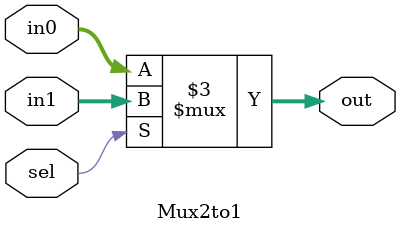
<source format=v>

module Mux2to1 #(
    parameter DATA_WIDTH = 32  // Bit-width of each input
)(
    input [DATA_WIDTH-1:0] in0,  // First input
    input [DATA_WIDTH-1:0] in1,  // Second input
    input sel,                   // Select signal (1 bit)
    output reg [DATA_WIDTH-1:0] out // MUX output
);

    always @(*) begin
        out = (sel == 1'b0) ? in0 : in1;
    end

endmodule

</source>
